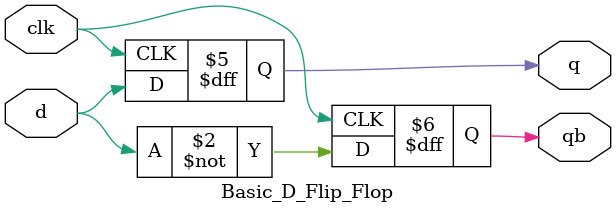
<source format=v>
`timescale 1ns / 1ps


module Basic_D_Flip_Flop(
    input clk,                  //Input clock
    input d,                    //Input data
    output reg q=0,            //Output
    output reg qb=1            //Inverted output
    );
    //Timing logic: posedge is a rising edge trigger, and negedge is a falling edge trigger
    always@(posedge clk)
        begin
         //Signal assignment
         //<= means assigning the value after the entire statement has been executed
         //instead of assigning it immediately.
            q<=d;              
            qb<=~d;
        end
endmodule


</source>
